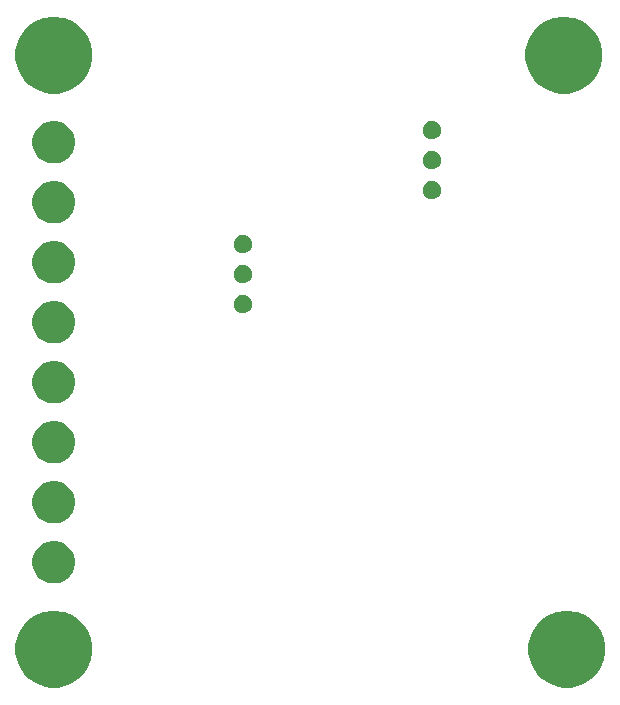
<source format=gbr>
G04 #@! TF.GenerationSoftware,KiCad,Pcbnew,(5.1.5)-3*
G04 #@! TF.CreationDate,2022-05-11T11:14:05-04:00*
G04 #@! TF.ProjectId,FuzzFace,46757a7a-4661-4636-952e-6b696361645f,rev?*
G04 #@! TF.SameCoordinates,Original*
G04 #@! TF.FileFunction,Soldermask,Bot*
G04 #@! TF.FilePolarity,Negative*
%FSLAX46Y46*%
G04 Gerber Fmt 4.6, Leading zero omitted, Abs format (unit mm)*
G04 Created by KiCad (PCBNEW (5.1.5)-3) date 2022-05-11 11:14:05*
%MOMM*%
%LPD*%
G04 APERTURE LIST*
%ADD10C,0.100000*%
G04 APERTURE END LIST*
D10*
G36*
X99948239Y-77837467D02*
G01*
X100262282Y-77899934D01*
X100853926Y-78145001D01*
X101386392Y-78500784D01*
X101839216Y-78953608D01*
X102194999Y-79486074D01*
X102440066Y-80077718D01*
X102565000Y-80705804D01*
X102565000Y-81346196D01*
X102440066Y-81974282D01*
X102194999Y-82565926D01*
X101839216Y-83098392D01*
X101386392Y-83551216D01*
X100853926Y-83906999D01*
X100262282Y-84152066D01*
X99948239Y-84214533D01*
X99634197Y-84277000D01*
X98993803Y-84277000D01*
X98679761Y-84214533D01*
X98365718Y-84152066D01*
X97774074Y-83906999D01*
X97241608Y-83551216D01*
X96788784Y-83098392D01*
X96433001Y-82565926D01*
X96187934Y-81974282D01*
X96063000Y-81346196D01*
X96063000Y-80705804D01*
X96187934Y-80077718D01*
X96433001Y-79486074D01*
X96788784Y-78953608D01*
X97241608Y-78500784D01*
X97774074Y-78145001D01*
X98365718Y-77899934D01*
X98679761Y-77837467D01*
X98993803Y-77775000D01*
X99634197Y-77775000D01*
X99948239Y-77837467D01*
G37*
G36*
X56514239Y-77837467D02*
G01*
X56828282Y-77899934D01*
X57419926Y-78145001D01*
X57952392Y-78500784D01*
X58405216Y-78953608D01*
X58760999Y-79486074D01*
X59006066Y-80077718D01*
X59131000Y-80705804D01*
X59131000Y-81346196D01*
X59006066Y-81974282D01*
X58760999Y-82565926D01*
X58405216Y-83098392D01*
X57952392Y-83551216D01*
X57419926Y-83906999D01*
X56828282Y-84152066D01*
X56514239Y-84214533D01*
X56200197Y-84277000D01*
X55559803Y-84277000D01*
X55245761Y-84214533D01*
X54931718Y-84152066D01*
X54340074Y-83906999D01*
X53807608Y-83551216D01*
X53354784Y-83098392D01*
X52999001Y-82565926D01*
X52753934Y-81974282D01*
X52629000Y-81346196D01*
X52629000Y-80705804D01*
X52753934Y-80077718D01*
X52999001Y-79486074D01*
X53354784Y-78953608D01*
X53807608Y-78500784D01*
X54340074Y-78145001D01*
X54931718Y-77899934D01*
X55245761Y-77837467D01*
X55559803Y-77775000D01*
X56200197Y-77775000D01*
X56514239Y-77837467D01*
G37*
G36*
X56106905Y-71868789D02*
G01*
X56405350Y-71928153D01*
X56733122Y-72063921D01*
X57028109Y-72261025D01*
X57278975Y-72511891D01*
X57476079Y-72806878D01*
X57611847Y-73134650D01*
X57681060Y-73482611D01*
X57681060Y-73837389D01*
X57611847Y-74185350D01*
X57476079Y-74513122D01*
X57278975Y-74808109D01*
X57028109Y-75058975D01*
X56733122Y-75256079D01*
X56405350Y-75391847D01*
X56106905Y-75451211D01*
X56057390Y-75461060D01*
X55702610Y-75461060D01*
X55653095Y-75451211D01*
X55354650Y-75391847D01*
X55026878Y-75256079D01*
X54731891Y-75058975D01*
X54481025Y-74808109D01*
X54283921Y-74513122D01*
X54148153Y-74185350D01*
X54078940Y-73837389D01*
X54078940Y-73482611D01*
X54148153Y-73134650D01*
X54283921Y-72806878D01*
X54481025Y-72511891D01*
X54731891Y-72261025D01*
X55026878Y-72063921D01*
X55354650Y-71928153D01*
X55653095Y-71868789D01*
X55702610Y-71858940D01*
X56057390Y-71858940D01*
X56106905Y-71868789D01*
G37*
G36*
X56106905Y-66788789D02*
G01*
X56405350Y-66848153D01*
X56733122Y-66983921D01*
X57028109Y-67181025D01*
X57278975Y-67431891D01*
X57476079Y-67726878D01*
X57611847Y-68054650D01*
X57681060Y-68402611D01*
X57681060Y-68757389D01*
X57611847Y-69105350D01*
X57476079Y-69433122D01*
X57278975Y-69728109D01*
X57028109Y-69978975D01*
X56733122Y-70176079D01*
X56405350Y-70311847D01*
X56106905Y-70371211D01*
X56057390Y-70381060D01*
X55702610Y-70381060D01*
X55653095Y-70371211D01*
X55354650Y-70311847D01*
X55026878Y-70176079D01*
X54731891Y-69978975D01*
X54481025Y-69728109D01*
X54283921Y-69433122D01*
X54148153Y-69105350D01*
X54078940Y-68757389D01*
X54078940Y-68402611D01*
X54148153Y-68054650D01*
X54283921Y-67726878D01*
X54481025Y-67431891D01*
X54731891Y-67181025D01*
X55026878Y-66983921D01*
X55354650Y-66848153D01*
X55653095Y-66788789D01*
X55702610Y-66778940D01*
X56057390Y-66778940D01*
X56106905Y-66788789D01*
G37*
G36*
X56106905Y-61708789D02*
G01*
X56405350Y-61768153D01*
X56733122Y-61903921D01*
X57028109Y-62101025D01*
X57278975Y-62351891D01*
X57476079Y-62646878D01*
X57611847Y-62974650D01*
X57681060Y-63322611D01*
X57681060Y-63677389D01*
X57611847Y-64025350D01*
X57476079Y-64353122D01*
X57278975Y-64648109D01*
X57028109Y-64898975D01*
X56733122Y-65096079D01*
X56405350Y-65231847D01*
X56106905Y-65291211D01*
X56057390Y-65301060D01*
X55702610Y-65301060D01*
X55653095Y-65291211D01*
X55354650Y-65231847D01*
X55026878Y-65096079D01*
X54731891Y-64898975D01*
X54481025Y-64648109D01*
X54283921Y-64353122D01*
X54148153Y-64025350D01*
X54078940Y-63677389D01*
X54078940Y-63322611D01*
X54148153Y-62974650D01*
X54283921Y-62646878D01*
X54481025Y-62351891D01*
X54731891Y-62101025D01*
X55026878Y-61903921D01*
X55354650Y-61768153D01*
X55653095Y-61708789D01*
X55702610Y-61698940D01*
X56057390Y-61698940D01*
X56106905Y-61708789D01*
G37*
G36*
X56106905Y-56628789D02*
G01*
X56405350Y-56688153D01*
X56733122Y-56823921D01*
X57028109Y-57021025D01*
X57278975Y-57271891D01*
X57476079Y-57566878D01*
X57611847Y-57894650D01*
X57681060Y-58242611D01*
X57681060Y-58597389D01*
X57611847Y-58945350D01*
X57476079Y-59273122D01*
X57278975Y-59568109D01*
X57028109Y-59818975D01*
X56733122Y-60016079D01*
X56405350Y-60151847D01*
X56106905Y-60211211D01*
X56057390Y-60221060D01*
X55702610Y-60221060D01*
X55653095Y-60211211D01*
X55354650Y-60151847D01*
X55026878Y-60016079D01*
X54731891Y-59818975D01*
X54481025Y-59568109D01*
X54283921Y-59273122D01*
X54148153Y-58945350D01*
X54078940Y-58597389D01*
X54078940Y-58242611D01*
X54148153Y-57894650D01*
X54283921Y-57566878D01*
X54481025Y-57271891D01*
X54731891Y-57021025D01*
X55026878Y-56823921D01*
X55354650Y-56688153D01*
X55653095Y-56628789D01*
X55702610Y-56618940D01*
X56057390Y-56618940D01*
X56106905Y-56628789D01*
G37*
G36*
X56106905Y-51548789D02*
G01*
X56405350Y-51608153D01*
X56733122Y-51743921D01*
X57028109Y-51941025D01*
X57278975Y-52191891D01*
X57476079Y-52486878D01*
X57611847Y-52814650D01*
X57681060Y-53162611D01*
X57681060Y-53517389D01*
X57611847Y-53865350D01*
X57476079Y-54193122D01*
X57278975Y-54488109D01*
X57028109Y-54738975D01*
X56733122Y-54936079D01*
X56405350Y-55071847D01*
X56106905Y-55131211D01*
X56057390Y-55141060D01*
X55702610Y-55141060D01*
X55653095Y-55131211D01*
X55354650Y-55071847D01*
X55026878Y-54936079D01*
X54731891Y-54738975D01*
X54481025Y-54488109D01*
X54283921Y-54193122D01*
X54148153Y-53865350D01*
X54078940Y-53517389D01*
X54078940Y-53162611D01*
X54148153Y-52814650D01*
X54283921Y-52486878D01*
X54481025Y-52191891D01*
X54731891Y-51941025D01*
X55026878Y-51743921D01*
X55354650Y-51608153D01*
X55653095Y-51548789D01*
X55702610Y-51538940D01*
X56057390Y-51538940D01*
X56106905Y-51548789D01*
G37*
G36*
X72007589Y-51054876D02*
G01*
X72106893Y-51074629D01*
X72247206Y-51132748D01*
X72373484Y-51217125D01*
X72480875Y-51324516D01*
X72565252Y-51450794D01*
X72623371Y-51591107D01*
X72653000Y-51740063D01*
X72653000Y-51891937D01*
X72623371Y-52040893D01*
X72565252Y-52181206D01*
X72480875Y-52307484D01*
X72373484Y-52414875D01*
X72247206Y-52499252D01*
X72106893Y-52557371D01*
X72007589Y-52577124D01*
X71957938Y-52587000D01*
X71806062Y-52587000D01*
X71756411Y-52577124D01*
X71657107Y-52557371D01*
X71516794Y-52499252D01*
X71390516Y-52414875D01*
X71283125Y-52307484D01*
X71198748Y-52181206D01*
X71140629Y-52040893D01*
X71111000Y-51891937D01*
X71111000Y-51740063D01*
X71140629Y-51591107D01*
X71198748Y-51450794D01*
X71283125Y-51324516D01*
X71390516Y-51217125D01*
X71516794Y-51132748D01*
X71657107Y-51074629D01*
X71756411Y-51054876D01*
X71806062Y-51045000D01*
X71957938Y-51045000D01*
X72007589Y-51054876D01*
G37*
G36*
X56106905Y-46468789D02*
G01*
X56405350Y-46528153D01*
X56733122Y-46663921D01*
X57028109Y-46861025D01*
X57278975Y-47111891D01*
X57476079Y-47406878D01*
X57611847Y-47734650D01*
X57681060Y-48082611D01*
X57681060Y-48437389D01*
X57611847Y-48785350D01*
X57476079Y-49113122D01*
X57278975Y-49408109D01*
X57028109Y-49658975D01*
X56733122Y-49856079D01*
X56405350Y-49991847D01*
X56128074Y-50047000D01*
X56057390Y-50061060D01*
X55702610Y-50061060D01*
X55631926Y-50047000D01*
X55354650Y-49991847D01*
X55026878Y-49856079D01*
X54731891Y-49658975D01*
X54481025Y-49408109D01*
X54283921Y-49113122D01*
X54148153Y-48785350D01*
X54078940Y-48437389D01*
X54078940Y-48082611D01*
X54148153Y-47734650D01*
X54283921Y-47406878D01*
X54481025Y-47111891D01*
X54731891Y-46861025D01*
X55026878Y-46663921D01*
X55354650Y-46528153D01*
X55653095Y-46468789D01*
X55702610Y-46458940D01*
X56057390Y-46458940D01*
X56106905Y-46468789D01*
G37*
G36*
X72007589Y-48514876D02*
G01*
X72106893Y-48534629D01*
X72247206Y-48592748D01*
X72373484Y-48677125D01*
X72480875Y-48784516D01*
X72565252Y-48910794D01*
X72623371Y-49051107D01*
X72653000Y-49200063D01*
X72653000Y-49351937D01*
X72623371Y-49500893D01*
X72565252Y-49641206D01*
X72480875Y-49767484D01*
X72373484Y-49874875D01*
X72247206Y-49959252D01*
X72106893Y-50017371D01*
X72007589Y-50037124D01*
X71957938Y-50047000D01*
X71806062Y-50047000D01*
X71756411Y-50037124D01*
X71657107Y-50017371D01*
X71516794Y-49959252D01*
X71390516Y-49874875D01*
X71283125Y-49767484D01*
X71198748Y-49641206D01*
X71140629Y-49500893D01*
X71111000Y-49351937D01*
X71111000Y-49200063D01*
X71140629Y-49051107D01*
X71198748Y-48910794D01*
X71283125Y-48784516D01*
X71390516Y-48677125D01*
X71516794Y-48592748D01*
X71657107Y-48534629D01*
X71756411Y-48514876D01*
X71806062Y-48505000D01*
X71957938Y-48505000D01*
X72007589Y-48514876D01*
G37*
G36*
X72007589Y-45974876D02*
G01*
X72106893Y-45994629D01*
X72247206Y-46052748D01*
X72373484Y-46137125D01*
X72480875Y-46244516D01*
X72565252Y-46370794D01*
X72623371Y-46511107D01*
X72653000Y-46660063D01*
X72653000Y-46811937D01*
X72623371Y-46960893D01*
X72565252Y-47101206D01*
X72480875Y-47227484D01*
X72373484Y-47334875D01*
X72247206Y-47419252D01*
X72106893Y-47477371D01*
X72007589Y-47497124D01*
X71957938Y-47507000D01*
X71806062Y-47507000D01*
X71756411Y-47497124D01*
X71657107Y-47477371D01*
X71516794Y-47419252D01*
X71390516Y-47334875D01*
X71283125Y-47227484D01*
X71198748Y-47101206D01*
X71140629Y-46960893D01*
X71111000Y-46811937D01*
X71111000Y-46660063D01*
X71140629Y-46511107D01*
X71198748Y-46370794D01*
X71283125Y-46244516D01*
X71390516Y-46137125D01*
X71516794Y-46052748D01*
X71657107Y-45994629D01*
X71756411Y-45974876D01*
X71806062Y-45965000D01*
X71957938Y-45965000D01*
X72007589Y-45974876D01*
G37*
G36*
X56106905Y-41388789D02*
G01*
X56405350Y-41448153D01*
X56733122Y-41583921D01*
X57028109Y-41781025D01*
X57278975Y-42031891D01*
X57476079Y-42326878D01*
X57611847Y-42654650D01*
X57681060Y-43002611D01*
X57681060Y-43357389D01*
X57611847Y-43705350D01*
X57476079Y-44033122D01*
X57278975Y-44328109D01*
X57028109Y-44578975D01*
X56733122Y-44776079D01*
X56405350Y-44911847D01*
X56106905Y-44971211D01*
X56057390Y-44981060D01*
X55702610Y-44981060D01*
X55653095Y-44971211D01*
X55354650Y-44911847D01*
X55026878Y-44776079D01*
X54731891Y-44578975D01*
X54481025Y-44328109D01*
X54283921Y-44033122D01*
X54148153Y-43705350D01*
X54078940Y-43357389D01*
X54078940Y-43002611D01*
X54148153Y-42654650D01*
X54283921Y-42326878D01*
X54481025Y-42031891D01*
X54731891Y-41781025D01*
X55026878Y-41583921D01*
X55354650Y-41448153D01*
X55653095Y-41388789D01*
X55702610Y-41378940D01*
X56057390Y-41378940D01*
X56106905Y-41388789D01*
G37*
G36*
X88009589Y-41402876D02*
G01*
X88108893Y-41422629D01*
X88249206Y-41480748D01*
X88375484Y-41565125D01*
X88482875Y-41672516D01*
X88567252Y-41798794D01*
X88625371Y-41939107D01*
X88655000Y-42088063D01*
X88655000Y-42239937D01*
X88625371Y-42388893D01*
X88567252Y-42529206D01*
X88482875Y-42655484D01*
X88375484Y-42762875D01*
X88249206Y-42847252D01*
X88108893Y-42905371D01*
X88009589Y-42925124D01*
X87959938Y-42935000D01*
X87808062Y-42935000D01*
X87758411Y-42925124D01*
X87659107Y-42905371D01*
X87518794Y-42847252D01*
X87392516Y-42762875D01*
X87285125Y-42655484D01*
X87200748Y-42529206D01*
X87142629Y-42388893D01*
X87113000Y-42239937D01*
X87113000Y-42088063D01*
X87142629Y-41939107D01*
X87200748Y-41798794D01*
X87285125Y-41672516D01*
X87392516Y-41565125D01*
X87518794Y-41480748D01*
X87659107Y-41422629D01*
X87758411Y-41402876D01*
X87808062Y-41393000D01*
X87959938Y-41393000D01*
X88009589Y-41402876D01*
G37*
G36*
X88009589Y-38862876D02*
G01*
X88108893Y-38882629D01*
X88249206Y-38940748D01*
X88375484Y-39025125D01*
X88482875Y-39132516D01*
X88567252Y-39258794D01*
X88625371Y-39399107D01*
X88655000Y-39548063D01*
X88655000Y-39699937D01*
X88625371Y-39848893D01*
X88567252Y-39989206D01*
X88482875Y-40115484D01*
X88375484Y-40222875D01*
X88249206Y-40307252D01*
X88108893Y-40365371D01*
X88009589Y-40385124D01*
X87959938Y-40395000D01*
X87808062Y-40395000D01*
X87758411Y-40385124D01*
X87659107Y-40365371D01*
X87518794Y-40307252D01*
X87392516Y-40222875D01*
X87285125Y-40115484D01*
X87200748Y-39989206D01*
X87142629Y-39848893D01*
X87113000Y-39699937D01*
X87113000Y-39548063D01*
X87142629Y-39399107D01*
X87200748Y-39258794D01*
X87285125Y-39132516D01*
X87392516Y-39025125D01*
X87518794Y-38940748D01*
X87659107Y-38882629D01*
X87758411Y-38862876D01*
X87808062Y-38853000D01*
X87959938Y-38853000D01*
X88009589Y-38862876D01*
G37*
G36*
X56106905Y-36308789D02*
G01*
X56405350Y-36368153D01*
X56733122Y-36503921D01*
X57028109Y-36701025D01*
X57278975Y-36951891D01*
X57476079Y-37246878D01*
X57611847Y-37574650D01*
X57681060Y-37922611D01*
X57681060Y-38277389D01*
X57611847Y-38625350D01*
X57476079Y-38953122D01*
X57278975Y-39248109D01*
X57028109Y-39498975D01*
X56733122Y-39696079D01*
X56405350Y-39831847D01*
X56106905Y-39891211D01*
X56057390Y-39901060D01*
X55702610Y-39901060D01*
X55653095Y-39891211D01*
X55354650Y-39831847D01*
X55026878Y-39696079D01*
X54731891Y-39498975D01*
X54481025Y-39248109D01*
X54283921Y-38953122D01*
X54148153Y-38625350D01*
X54078940Y-38277389D01*
X54078940Y-37922611D01*
X54148153Y-37574650D01*
X54283921Y-37246878D01*
X54481025Y-36951891D01*
X54731891Y-36701025D01*
X55026878Y-36503921D01*
X55354650Y-36368153D01*
X55653095Y-36308789D01*
X55702610Y-36298940D01*
X56057390Y-36298940D01*
X56106905Y-36308789D01*
G37*
G36*
X88009589Y-36322876D02*
G01*
X88108893Y-36342629D01*
X88249206Y-36400748D01*
X88375484Y-36485125D01*
X88482875Y-36592516D01*
X88567252Y-36718794D01*
X88625371Y-36859107D01*
X88655000Y-37008063D01*
X88655000Y-37159937D01*
X88625371Y-37308893D01*
X88567252Y-37449206D01*
X88482875Y-37575484D01*
X88375484Y-37682875D01*
X88249206Y-37767252D01*
X88108893Y-37825371D01*
X88009589Y-37845124D01*
X87959938Y-37855000D01*
X87808062Y-37855000D01*
X87758411Y-37845124D01*
X87659107Y-37825371D01*
X87518794Y-37767252D01*
X87392516Y-37682875D01*
X87285125Y-37575484D01*
X87200748Y-37449206D01*
X87142629Y-37308893D01*
X87113000Y-37159937D01*
X87113000Y-37008063D01*
X87142629Y-36859107D01*
X87200748Y-36718794D01*
X87285125Y-36592516D01*
X87392516Y-36485125D01*
X87518794Y-36400748D01*
X87659107Y-36342629D01*
X87758411Y-36322876D01*
X87808062Y-36313000D01*
X87959938Y-36313000D01*
X88009589Y-36322876D01*
G37*
G36*
X99694239Y-27545467D02*
G01*
X100008282Y-27607934D01*
X100599926Y-27853001D01*
X101132392Y-28208784D01*
X101585216Y-28661608D01*
X101940999Y-29194074D01*
X102186066Y-29785718D01*
X102311000Y-30413804D01*
X102311000Y-31054196D01*
X102186066Y-31682282D01*
X101940999Y-32273926D01*
X101585216Y-32806392D01*
X101132392Y-33259216D01*
X100599926Y-33614999D01*
X100008282Y-33860066D01*
X99694239Y-33922533D01*
X99380197Y-33985000D01*
X98739803Y-33985000D01*
X98425761Y-33922533D01*
X98111718Y-33860066D01*
X97520074Y-33614999D01*
X96987608Y-33259216D01*
X96534784Y-32806392D01*
X96179001Y-32273926D01*
X95933934Y-31682282D01*
X95809000Y-31054196D01*
X95809000Y-30413804D01*
X95933934Y-29785718D01*
X96179001Y-29194074D01*
X96534784Y-28661608D01*
X96987608Y-28208784D01*
X97520074Y-27853001D01*
X98111718Y-27607934D01*
X98425761Y-27545467D01*
X98739803Y-27483000D01*
X99380197Y-27483000D01*
X99694239Y-27545467D01*
G37*
G36*
X56514239Y-27545467D02*
G01*
X56828282Y-27607934D01*
X57419926Y-27853001D01*
X57952392Y-28208784D01*
X58405216Y-28661608D01*
X58760999Y-29194074D01*
X59006066Y-29785718D01*
X59131000Y-30413804D01*
X59131000Y-31054196D01*
X59006066Y-31682282D01*
X58760999Y-32273926D01*
X58405216Y-32806392D01*
X57952392Y-33259216D01*
X57419926Y-33614999D01*
X56828282Y-33860066D01*
X56514239Y-33922533D01*
X56200197Y-33985000D01*
X55559803Y-33985000D01*
X55245761Y-33922533D01*
X54931718Y-33860066D01*
X54340074Y-33614999D01*
X53807608Y-33259216D01*
X53354784Y-32806392D01*
X52999001Y-32273926D01*
X52753934Y-31682282D01*
X52629000Y-31054196D01*
X52629000Y-30413804D01*
X52753934Y-29785718D01*
X52999001Y-29194074D01*
X53354784Y-28661608D01*
X53807608Y-28208784D01*
X54340074Y-27853001D01*
X54931718Y-27607934D01*
X55245761Y-27545467D01*
X55559803Y-27483000D01*
X56200197Y-27483000D01*
X56514239Y-27545467D01*
G37*
M02*

</source>
